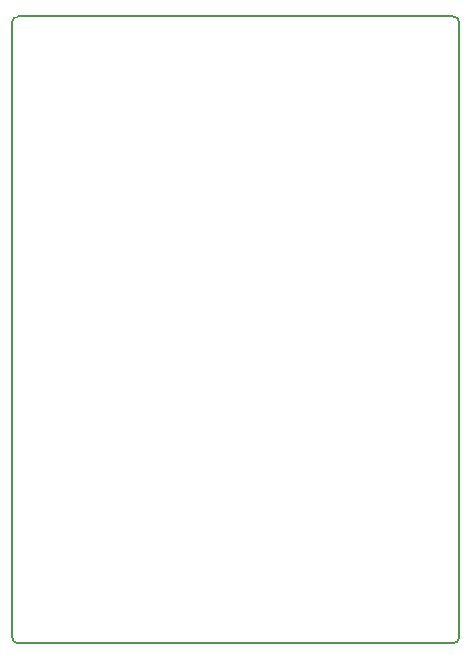
<source format=gko>
%TF.GenerationSoftware,KiCad,Pcbnew,4.0.7-e2-6376~58~ubuntu16.04.1*%
%TF.CreationDate,2018-02-09T09:49:05-08:00*%
%TF.ProjectId,Arduino-Shield,41726475696E6F2D536869656C642E6B,v1.1*%
%TF.FileFunction,Profile,NP*%
%FSLAX46Y46*%
G04 Gerber Fmt 4.6, Leading zero omitted, Abs format (unit mm)*
G04 Created by KiCad (PCBNEW 4.0.7-e2-6376~58~ubuntu16.04.1) date Fri Feb  9 09:49:05 2018*
%MOMM*%
%LPD*%
G01*
G04 APERTURE LIST*
%ADD10C,0.350000*%
%ADD11C,0.152400*%
%ADD12C,0.150000*%
G04 APERTURE END LIST*
D10*
D11*
X22606000Y-100584000D02*
G75*
G03X23114000Y-101092000I508000J0D01*
G01*
X59944000Y-101092000D02*
G75*
G03X60452000Y-100584000I0J508000D01*
G01*
X60452000Y-48514000D02*
G75*
G03X59944000Y-48006000I-508000J0D01*
G01*
X23114000Y-48006000D02*
G75*
G03X22606000Y-48514000I0J-508000D01*
G01*
D12*
X59944000Y-101092000D02*
X23114000Y-101092000D01*
X60452000Y-48514000D02*
X60452000Y-100584000D01*
X22606000Y-48514000D02*
X22606000Y-100584000D01*
X59944000Y-48006000D02*
X23114000Y-48006000D01*
M02*

</source>
